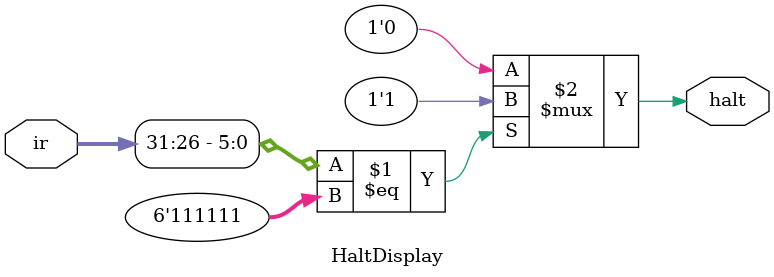
<source format=v>
`timescale 1ns / 1ps

//module: top
module top (
    input wire clk,
    input wire reset,
    // Ö¸Ê¾ÊÇ·ñ¹ÒÆð
    output wire halt,
    // ²¦Âë¿ª¹Ø£¬ÓÃÓÚÖ¸Ê¾ÏÔÊ¾ÄÚ´æµÄµØÖ·
    input wire [15:0] sw,
    output wire [7:0] seg,
    output wire [7:0] an
);

  wire instRamReadEna;
  wire dataRamReadEna;
  wire dataRamWriteEna;
  wire [31:0] dataRamWriteData;
  wire [31:0] dataRamReadData;
  wire [31:0] pc;
  wire [31:0] ir;
  wire [31:0] aluResult;
  wire [11:0] dataRamAddr;

  wire cpu_clk;

  clk_div #(2'd1, 1'd1) clk_div (
    .clk0(clk),
    .clk(cpu_clk)
  );

  CPU cpu (
      .clk(cpu_clk),
      .reset(reset),
      .instRamReadEna(instRamReadEna),
      .dataRamReadEna(dataRamReadEna),
      .dataRamWriteEna(dataRamWriteEna),
      .dataRamWriteData(dataRamWriteData),
      .dataRamReadData(dataRamReadData),
      .pc(pc),
      .ir(ir),
      .aluResult(aluResult)
  );

  InstRAM inst_ram (
      .clk(clk),
      .reset(reset),
      .re(instRamReadEna),
      .we(4'b0000),  // use as rom
      .addr(pc[13:2]),
      .din(32'b0),
      .dout(ir)
  );

  Select2_1 #(12) data_ram_addr_select (
      .inp0(aluResult[13:2]), // exec
      .inp1(sw[11:0]), // sw
      .sel (halt),
      .enb (1'b0),
      .out (dataRamAddr)
  );

  DataRAM data_ram (
      .clk(clk),
      .reset(reset),
      .re(dataRamReadEna | halt),
      .we({4{dataRamWriteEna}}),
      // .addr(aluResult[13:2]),
      .addr(dataRamAddr),
      .din(dataRamWriteData),
      .dout(dataRamReadData)
  );

  HaltDisplay halt_display (
    .ir(ir),
    .halt(halt)
  );

  Display display (
      .clk(clk),
      .data(dataRamReadData),
      .ena(halt),
      .an(an),
      .seg(seg)
  );
endmodule

module HaltDisplay (
  input wire [31:0] ir,
  output wire halt
);

  assign halt = ir[31:26] == 6'b111111 ? 1'b1 : 1'b0;
  
endmodule
</source>
